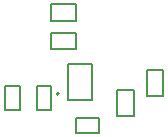
<source format=gbr>
G04*
G04 #@! TF.GenerationSoftware,Altium Limited,Altium Designer,24.7.2 (38)*
G04*
G04 Layer_Color=32768*
%FSLAX25Y25*%
%MOIN*%
G70*
G04*
G04 #@! TF.SameCoordinates,557B2C77-FFCE-42D9-A2FA-4134FEC932EB*
G04*
G04*
G04 #@! TF.FilePolarity,Positive*
G04*
G01*
G75*
%ADD10C,0.00787*%
%ADD12C,0.00500*%
D10*
X215413Y120503D02*
G03*
X215413Y120503I-394J0D01*
G01*
X221232Y135244D02*
Y140756D01*
X212768Y135244D02*
X221232D01*
X212768D02*
Y140756D01*
X221232D01*
X228937Y107539D02*
Y112461D01*
X221063Y107539D02*
X228937D01*
X221063D02*
Y112461D01*
X228937D01*
X208039Y122937D02*
X212961D01*
Y115063D02*
Y122937D01*
X208039Y115063D02*
X212961D01*
X208039D02*
Y122937D01*
X197539D02*
X202461D01*
Y115063D02*
Y122937D01*
X197539Y115063D02*
X202461D01*
X197539D02*
Y122937D01*
X212768Y144744D02*
Y150256D01*
X221232D01*
Y144744D02*
Y150256D01*
X212768Y144744D02*
X221232D01*
X234646Y113169D02*
Y121831D01*
Y113169D02*
X240354D01*
Y121831D01*
X234646D02*
X240354D01*
X244744Y119768D02*
Y128232D01*
Y119768D02*
X250256D01*
Y128232D01*
X244744D02*
X250256D01*
D12*
X218563Y118535D02*
Y130346D01*
Y118535D02*
X226437D01*
Y130346D01*
X218563D02*
X226437D01*
M02*

</source>
